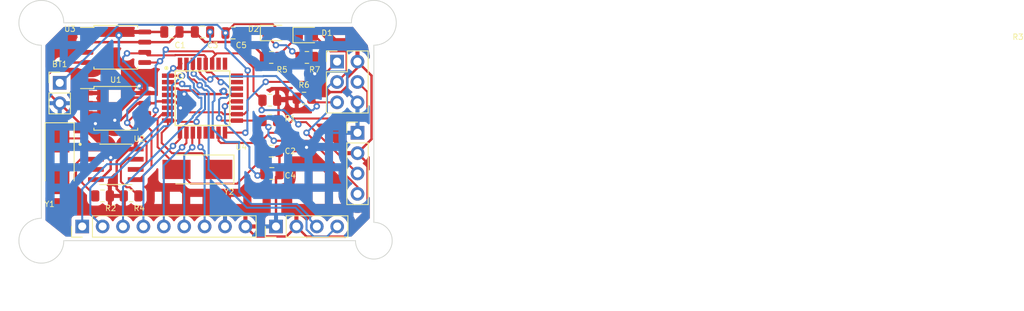
<source format=kicad_pcb>
(kicad_pcb (version 20211014) (generator pcbnew)
  (title_block (title "${project_name}") (date "2022-12-28") (rev "1") (comment 1 "2-Layer PCB version"))
  (layers (0 "F.Cu" mixed) (31 "B.Cu" mixed) (34 "B.Paste" user) (35 "F.Paste" user) (36 "B.SilkS" user "B.Silkscreen") (37 "F.SilkS" user "F.Silkscreen") (38 "B.Mask" user) (39 "F.Mask" user) (44 "Edge.Cuts" user))
  (property "project_name" "MCU Datalogger with memory and clock")
  (net 0 "")
  (net 1 "Net-(BT1-Pad1)")
  (net 2 "GND")
  (net 3 "/Vcc")
  (net 4 "Net-(C2-Pad2)")
  (net 5 "Net-(C3-Pad2)")
  (net 6 "Net-(C4-Pad2)")
  (net 7 "Net-(D1-Pad1)")
  (net 8 "Net-(D2-Pad1)")
  (net 9 "/SDA")
  (net 10 "/SCK")
  (net 11 "/RX")
  (net 12 "/TX")
  (net 13 "/D2")
  (net 14 "/D3")
  (net 15 "/D4")
  (net 16 "/D5")
  (net 17 "/D6")
  (net 18 "/D7")
  (net 19 "/D8")
  (net 20 "/MISO")
  (net 21 "/MOSI")
  (net 22 "/RESET")
  (net 23 "Net-(R2-Pad2)")
  (net 24 "Net-(R4-Pad2)")
  (net 25 "Net-(U2-Pad1)")
  (net 26 "Net-(U2-Pad2)")
  (footprint "Crystal:Crystal_SMD_5032-2Pin_5.0x3.2mm_HandSoldering" (layer "F.Cu") (at 48.895 59.69 180)
    (fp_text reference "Y2")
    (fp_text value "16 MHz")
  )
  (footprint "MountingHole:MountingHole_2.1mm" (layer "F.Cu") (at 29.464 68.58)
    (fp_text reference "H2" hide)
    (fp_text value "MountingHole")
  )
  (footprint "Resistor_SMD:R_0805_2012Metric" (layer "F.Cu") (at 40.64 62.992)
    (fp_text reference "R4")
    (fp_text value "10K")
  )
  (footprint "Package_SO:SOIC-8_5.23x5.23mm_P1.27mm" (layer "F.Cu") (at 38.735 44.45)
    (fp_text reference "U3")
    (fp_text value "24LC1025")
  )
  (footprint "LED_SMD:LED_0805_2012Metric" (layer "F.Cu") (at 58.42 42.672)
    (fp_text reference "D2")
    (fp_text value "LED")
  )
  (footprint "Resistor_SMD:R_0805_2012Metric" (layer "F.Cu") (at 57.912 53.594 180)
    (fp_text reference "R1")
    (fp_text value "4.7k")
  )
  (footprint "ATMEGA328P-AU:QFP80P900X900X120-32N" (layer "F.Cu") (at 49.53 50.8)
    (fp_text reference "U4")
    (fp_text value "ATMEGA328P-AU")
  )
  (footprint "Resistor_SMD:R_0805_2012Metric" (layer "F.Cu") (at 58.0875 45.72)
    (fp_text reference "R5")
    (fp_text value "330")
  )
  (footprint "Capacitor_SMD:C_0805_2012Metric" (layer "F.Cu") (at 58.0875 57.404 180)
    (fp_text reference "C2")
    (fp_text value "22pF")
  )
  (footprint "Connector_PinHeader_2.54mm:PinHeader_1x04_P2.54mm_Vertical" (layer "F.Cu") (at 58.684 66.802 90)
    (fp_text reference "J2" hide)
    (fp_text value "Conn_01x04_Male")
  )
  (footprint "Connector_PinHeader_2.54mm:PinHeader_1x04_P2.54mm_Vertical" (layer "F.Cu") (at 68.834 55.118)
    (fp_text reference "J1" hide)
    (fp_text value "Conn_01x04_Male")
  )
  (footprint "MountingHole:MountingHole_2.1mm" (layer "F.Cu") (at 70.866 68.58)
    (fp_text reference "H1" hide)
    (fp_text value "MountingHole")
  )
  (footprint "Crystal:Crystal_SMD_5032-2Pin_5.0x3.2mm_HandSoldering" (layer "F.Cu") (at 31.75 58.42 -90)
    (fp_text reference "Y1")
    (fp_text value "32.768 KHz")
  )
  (footprint "Resistor_SMD:R_0805_2012Metric" (layer "F.Cu") (at 62.5325 45.72)
    (fp_text reference "R7")
    (fp_text value "330")
  )
  (footprint "Resistor_SMD:R_0805_2012Metric" (layer "F.Cu") (at 57.912 51.054 180)
    (fp_text reference "R3")
    (fp_text value "4.7k")
  )
  (footprint "Package_SO:SOIC-8_5.23x5.23mm_P1.27mm" (layer "F.Cu") (at 38.735 52.07)
    (fp_text reference "U1")
    (fp_text value "24LC1025")
  )
  (footprint "Resistor_SMD:R_0805_2012Metric" (layer "F.Cu") (at 37.084 62.992 180)
    (fp_text reference "R2")
    (fp_text value "10K")
  )
  (footprint "Connector_PinHeader_2.54mm:PinHeader_1x02_P2.54mm_Vertical" (layer "F.Cu") (at 31.75 48.89)
    (fp_text reference "BT1")
    (fp_text value "Battery")
  )
  (footprint "Resistor_SMD:R_0805_2012Metric" (layer "F.Cu") (at 62.175 50.8)
    (fp_text reference "R6")
    (fp_text value "10k")
  )
  (footprint "Connector_PinHeader_2.54mm:PinHeader_1x09_P2.54mm_Vertical" (layer "F.Cu") (at 34.554 66.802 90)
    (fp_text reference "J3" hide)
    (fp_text value "Conn_01x09_Male")
  )
  (footprint "MountingHole:MountingHole_2.1mm" (layer "F.Cu") (at 29.464 41.402)
    (fp_text reference "H3" hide)
    (fp_text value "MountingHole")
  )
  (footprint "Capacitor_SMD:C_0805_2012Metric" (layer "F.Cu") (at 49.53 42.545)
    (fp_text reference "C3")
    (fp_text value "22pF")
  )
  (footprint "DS1337S_:SOIC127P600X175-8N" (layer "F.Cu") (at 38.735 59.055)
    (fp_text reference "U2")
    (fp_text value "DS1337S+")
  )
  (footprint "LED_SMD:LED_0805_2012Metric" (layer "F.Cu") (at 62.484 42.926)
    (fp_text reference "D1")
    (fp_text value "LED")
  )
  (footprint "MountingHole:MountingHole_2.1mm" (layer "F.Cu") (at 70.866 41.402)
    (fp_text reference "H4" hide)
    (fp_text value "MountingHole")
  )
  (footprint "Connector_PinHeader_2.54mm:PinHeader_2x03_P2.54mm_Vertical" (layer "F.Cu") (at 66.289 46.243)
    (fp_text reference "J4" hide)
    (fp_text value "Conn_02x03_Odd_Even")
  )
  (footprint "Capacitor_SMD:C_0805_2012Metric" (layer "F.Cu") (at 45.72 42.545)
    (fp_text reference "C1")
    (fp_text value "0.1uF")
  )
  (footprint "Capacitor_SMD:C_0805_2012Metric" (layer "F.Cu") (at 58.166 60.198 180)
    (fp_text reference "C4")
    (fp_text value "0.1uF")
  )
  (footprint "Capacitor_SMD:C_0805_2012Metric" (layer "F.Cu") (at 53.34 42.672)
    (fp_text reference "C5")
    (fp_text value "100nF")
  )
  (gr_line (start 70.866 66.294) (end 70.866 44.196) (layer "Edge.Cuts") (width 0.1))
  (gr_arc (start 29.464 44.196) (mid 27.488344 39.426344) (end 32.258 41.402) (layer "Edge.Cuts") (width 0.1))
  (gr_line (start 32.258 68.58) (end 68.58 68.58) (layer "Edge.Cuts") (width 0.1))
  (gr_line (start 29.464 44.196) (end 29.464 65.786) (layer "Edge.Cuts") (width 0.1))
  (gr_arc (start 68.072 41.402) (mid 72.841656 39.426344) (end 70.866 44.196) (layer "Edge.Cuts") (width 0.1))
  (gr_arc (start 32.258 68.58) (mid 27.488344 70.555656) (end 29.464 65.786) (layer "Edge.Cuts") (width 0.1))
  (gr_arc (start 70.866 66.294) (mid 72.482446 70.196446) (end 68.58 68.58) (layer "Edge.Cuts") (width 0.1))
  (gr_line (start 68.072 41.402) (end 32.258 41.402) (layer "Edge.Cuts") (width 0.1))
  (segment (start 55.1555 47.352) (end 55.1555 52.3495) (width 0.25) (layer "F.Cu") (net 1))
  (segment (start 46.87615 51.19615) (end 47.123357 51.19615) (width 0.25) (layer "F.Cu") (net 1))
  (segment (start 47.123357 51.19615) (end 47.64015 51.712943) (width 0.25) (layer "F.Cu") (net 1))
  (segment (start 52.133156 52.8) (end 53.83 52.8) (width 0.25) (layer "F.Cu") (net 1))
  (segment (start 54.705 52.8) (end 53.83 52.8) (width 0.25) (layer "F.Cu") (net 1))
  (segment (start 47.64015 51.712943) (end 47.64015 52.324) (width 0.25) (layer "F.Cu") (net 1))
  (segment (start 47.64015 52.324) (end 47.882799 52.566649) (width 0.25) (layer "F.Cu") (net 1))
  (segment (start 58.2575 41.572) (end 53.49 41.572) (width 0.25) (layer "F.Cu") (net 1))
  (segment (start 59.3575 42.672) (end 58.2575 41.572) (width 0.25) (layer "F.Cu") (net 1))
  (segment (start 53.49 41.572) (end 52.39 42.672) (width 0.25) (layer "F.Cu") (net 1))
  (segment (start 46.08 50.4) (end 46.87615 51.19615) (width 0.25) (layer "F.Cu") (net 1))
  (segment (start 45.23 50.4) (end 46.08 50.4) (width 0.25) (layer "F.Cu") (net 1))
  (segment (start 55.1555 52.3495) (end 54.705 52.8) (width 0.25) (layer "F.Cu") (net 1))
  (segment (start 51.899805 52.566649) (end 52.133156 52.8) (width 0.25) (layer "F.Cu") (net 1))
  (segment (start 47.882799 52.566649) (end 51.899805 52.566649) (width 0.25) (layer "F.Cu") (net 1))
  (via (at 55.1555 47.352) (size 0.8) (drill 0.4) (layers "F.Cu" "B.Cu") (net 1))
  (via (at 52.39 42.672) (size 0.8) (drill 0.4) (layers "F.Cu" "B.Cu") (net 1))
  (segment (start 39.116 41.656) (end 31.882 48.89) (width 0.25) (layer "B.Cu") (net 1))
  (segment (start 52.39 42.672) (end 51.374 41.656) (width 0.25) (layer "B.Cu") (net 1))
  (segment (start 55.118 47.244) (end 55.118 47.3895) (width 0.25) (layer "B.Cu") (net 1))
  (segment (start 51.374 41.656) (end 39.116 41.656) (width 0.25) (layer "B.Cu") (net 1))
  (segment (start 52.39 42.672) (end 52.39 44.516) (width 0.25) (layer "B.Cu") (net 1))
  (segment (start 55.118 47.3895) (end 55.1555 47.352) (width 0.25) (layer "B.Cu") (net 1))
  (segment (start 52.39 44.516) (end 55.118 47.244) (width 0.25) (layer "B.Cu") (net 1))
  (segment (start 31.882 48.89) (end 31.75 48.89) (width 0.25) (layer "B.Cu") (net 1))
  (segment (start 52.16575 49.94225) (end 52.6235 50.4) (width 0.3) (layer "F.Cu") (net 2))
  (segment (start 57.175 45.557) (end 54.29 42.672) (width 0.3) (layer "F.Cu") (net 2))
  (segment (start 59.116 60.198) (end 58.684 60.63) (width 0.3) (layer "F.Cu") (net 2))
  (segment (start 46.78163 52.02115) (end 46.78163 51.86163) (width 0.3) (layer "F.Cu") (net 2))
  (segment (start 43.796 51.2) (end 45.23 51.2) (width 0.3) (layer "F.Cu") (net 2))
  (segment (start 36.195 53.975) (end 35.135 53.975) (width 0.3) (layer "F.Cu") (net 2))
  (segment (start 31.75 51.43) (end 34.295 53.975) (width 0.3) (layer "F.Cu") (net 2))
  (segment (start 38.1 59.671492) (end 36.811492 60.96) (width 0.3) (layer "F.Cu") (net 2))
  (segment (start 53.165 43.797) (end 49.832 43.797) (width 0.3) (layer "F.Cu") (net 2))
  (segment (start 58.684 60.63) (end 58.684 66.802) (width 0.3) (layer "F.Cu") (net 2))
  (segment (start 54.29 42.672) (end 53.165 43.797) (width 0.3) (layer "F.Cu") (net 2))
  (segment (start 59.116 57.4825) (end 59.0375 57.404) (width 0.3) (layer "F.Cu") (net 2))
  (segment (start 58.445 46.99) (end 62.175 46.99) (width 0.3) (layer "F.Cu") (net 2))
  (segment (start 45.4 43.815) (end 46.67 42.545) (width 0.3) (layer "F.Cu") (net 2))
  (segment (start 30.226 47.914) (end 30.226 50.038) (width 0.3) (layer "F.Cu") (net 2))
  (segment (start 31.618 51.43) (end 31.75 51.43) (width 0.3) (layer "F.Cu") (net 2))
  (segment (start 46.12 51.2) (end 45.23 51.2) (width 0.3) (layer "F.Cu") (net 2))
  (segment (start 59.116 60.198) (end 59.116 57.4825) (width 0.3) (layer "F.Cu") (net 2))
  (segment (start 42.335 43.815) (end 45.4 43.815) (width 0.3) (layer "F.Cu") (net 2))
  (segment (start 62.175 46.99) (end 63.445 45.72) (width 0.3) (layer "F.Cu") (net 2))
  (segment (start 46.78163 51.86163) (end 46.12 51.2) (width 0.3) (layer "F.Cu") (net 2))
  (segment (start 48.317436 49.841436) (end 48.768 50.292) (width 0.3) (layer "F.Cu") (net 2))
  (segment (start 35.135 46.355) (end 31.785 46.355) (width 0.3) (layer "F.Cu") (net 2))
  (segment (start 30.226 50.038) (end 31.618 51.43) (width 0.3) (layer "F.Cu") (net 2))
  (segment (start 45.23 49.6) (end 46.437129 49.6) (width 0.3) (layer "F.Cu") (net 2))
  (segment (start 51.816 50.292) (end 52.16575 49.94225) (width 0.3) (layer "F.Cu") (net 2))
  (segment (start 63.5 47.752) (end 63.5 45.775) (width 0.3) (layer "F.Cu") (net 2))
  (segment (start 42.335 51.435) (end 41.783 51.435) (width 0.3) (layer "F.Cu") (net 2))
  (segment (start 52.6235 50.4) (end 53.83 50.4) (width 0.3) (layer "F.Cu") (net 2))
  (segment (start 54.29 42.545) (end 54.29 42.672) (width 0.3) (layer "F.Cu") (net 2))
  (segment (start 34.295 53.975) (end 35.135 53.975) (width 0.3) (layer "F.Cu") (net 2))
  (segment (start 43.561 51.435) (end 43.796 51.2) (width 0.3) (layer "F.Cu") (net 2))
  (segment (start 31.785 46.355) (end 30.226 47.914) (width 0.3) (layer "F.Cu") (net 2))
  (segment (start 59.0375 57.404) (end 62.017015 57.404) (width 0.3) (layer "F.Cu") (net 2))
  (segment (start 46.67 42.545) (end 48.58 42.545) (width 0.3) (layer "F.Cu") (net 2))
  (segment (start 46.678564 49.841436) (end 47.129129 50.292) (width 0.3) (layer "F.Cu") (net 2))
  (segment (start 46.678564 49.841436) (end 48.317436 49.841436) (width 0.3) (layer "F.Cu") (net 2))
  (segment (start 48.768 50.292) (end 51.816 50.292) (width 0.3) (layer "F.Cu") (net 2))
  (segment (start 42.335 51.435) (end 43.561 51.435) (width 0.3) (layer "F.Cu") (net 2))
  (segment (start 49.832 43.797) (end 48.58 42.545) (width 0.3) (layer "F.Cu") (net 2))
  (segment (start 63.5 45.775) (end 63.445 45.72) (width 0.3) (layer "F.Cu") (net 2))
  (segment (start 35.687 46.355) (end 38.227 43.815) (width 0.3) (layer "F.Cu") (net 2))
  (segment (start 38.608 53.5545) (end 39.355021 53.5545) (width 0.3) (layer "F.Cu") (net 2))
  (segment (start 36.811492 60.96) (end 36.26 60.96) (width 0.3) (layer "F.Cu") (net 2))
  (segment (start 57.175 45.72) (end 57.175 45.557) (width 0.3) (layer "F.Cu") (net 2))
  (segment (start 35.135 46.355) (end 35.687 46.355) (width 0.3) (layer "F.Cu") (net 2))
  (segment (start 38.1 58.209703) (end 38.1 59.671492) (width 0.3) (layer "F.Cu") (net 2))
  (segment (start 38.227 43.815) (end 35.135 43.815) (width 0.3) (layer "F.Cu") (net 2))
  (segment (start 62.017015 57.404) (end 62.484 56.937015) (width 0.3) (layer "F.Cu") (net 2))
  (segment (start 46.437129 49.6) (end 46.678564 49.841436) (width 0.3) (layer "F.Cu") (net 2))
  (segment (start 58.445 46.99) (end 57.175 45.72) (width 0.3) (layer "F.Cu") (net 2))
  (segment (start 39.355021 53.53965) (end 41.459671 51.435) (width 0.3) (layer "F.Cu") (net 2))
  (segment (start 47.129129 50.292) (end 47.244 50.292) (width 0.3) (layer "F.Cu") (net 2))
  (segment (start 39.355021 53.5545) (end 39.355021 53.53965) (width 0.3) (layer "F.Cu") (net 2))
  (segment (start 41.459671 51.435) (end 42.335 51.435) (width 0.3) (layer "F.Cu") (net 2))
  (segment (start 42.335 43.815) (end 38.227 43.815) (width 0.3) (layer "F.Cu") (net 2))
  (via (at 63.5 47.752) (size 0.9) (drill 0.4) (layers "F.Cu" "B.Cu") (net 2))
  (via (at 62.484 56.937015) (size 0.9) (drill 0.4) (layers "F.Cu" "B.Cu") (net 2))
  (via (at 46.78163 52.02115) (size 0.9) (drill 0.4) (layers "F.Cu" "B.Cu") (net 2))
  (via (at 52.16575 49.94225) (size 0.9) (drill 0.4) (layers "F.Cu" "B.Cu") (net 2))
  (via (at 38.608 53.5545) (size 0.9) (drill 0.4) (layers "F.Cu" "B.Cu") (net 2))
  (via (at 36.195 53.975) (size 0.9) (drill 0.4) (layers "F.Cu" "B.Cu") (net 2))
  (via (at 38.1 58.209703) (size 0.9) (drill 0.4) (layers "F.Cu" "B.Cu") (net 2))
  (via (at 47.244 50.292) (size 0.9) (drill 0.4) (layers "F.Cu" "B.Cu") (net 2))
  (segment (start 47.244 51.55878) (end 46.78163 52.02115) (width 0.3) (layer "B.Cu") (net 2))
  (segment (start 62.484 56.937015) (end 64.303015 55.118) (width 0.3) (layer "B.Cu") (net 2))
  (segment (start 68.829 51.323) (end 67.564 50.058) (width 0.3) (layer "B.Cu") (net 2))
  (segment (start 64.303015 55.118) (end 68.834 55.118) (width 0.3) (layer "B.Cu") (net 2))
  (segment (start 67.305 47.493) (end 63.759 47.493) (width 0.3) (layer "B.Cu") (net 2))
  (segment (start 67.564 47.752) (end 67.305 47.493) (width 0.3) (layer "B.Cu") (net 2))
  (segment (start 67.564 50.058) (end 67.564 47.752) (width 0.3) (layer "B.Cu") (net 2))
  (segment (start 36.6155 53.5545) (end 36.195 53.975) (width 0.3) (layer "B.Cu") (net 2))
  (segment (start 47.244 50.292) (end 47.244 51.55878) (width 0.3) (layer "B.Cu") (net 2))
  (segment (start 38.608 53.5545) (end 36.6155 53.5545) (width 0.3) (layer "B.Cu") (net 2))
  (segment (start 63.759 47.493) (end 63.5 47.752) (width 0.3) (layer "B.Cu") (net 2))
  (segment (start 70.579 47.993) (end 68.829 46.243) (width 0.3) (layer "F.Cu") (net 3))
  (segment (start 68.834 57.658) (end 70.579 55.913) (width 0.3) (layer "F.Cu") (net 3))
  (segment (start 67.539 48.305233) (end 67.539 49.301) (width 0.3) (layer "F.Cu") (net 3))
  (segment (start 68.829 46.243) (end 68.829 47.015233) (width 0.3) (layer "F.Cu") (net 3))
  (segment (start 42.335 42.545) (end 44.77 42.545) (width 0.3) (layer "F.Cu") (net 3))
  (segment (start 59.0785 50.8) (end 61.2625 50.8) (width 0.3) (layer "F.Cu") (net 3))
  (segment (start 59.974 68.052) (end 56.124 68.052) (width 0.3) (layer "F.Cu") (net 3))
  (segment (start 33.02 43.688) (end 33.02 44.45) (width 0.3) (layer "F.Cu") (net 3))
  (segment (start 42.335 42.545) (end 38.989 42.545) (width 0.3) (layer "F.Cu") (net 3))
  (segment (start 38.989 42.545) (end 39.116 42.672) (width 0.3) (layer "F.Cu") (net 3))
  (segment (start 41.765 50.735) (end 42.335 50.165) (width 0.3) (layer "F.Cu") (net 3))
  (segment (start 70.084 58.908) (end 70.084 65.298) (width 0.3) (layer "F.Cu") (net 3))
  (segment (start 35.135 42.545) (end 34.163 42.545) (width 0.3) (layer "F.Cu") (net 3))
  (segment (start 68.834 57.658) (end 70.084 58.908) (width 0.3) (layer "F.Cu") (net 3))
  (segment (start 56.124 68.052) (end 54.874 66.802) (width 0.3) (layer "F.Cu") (net 3))
  (segment (start 59.11 52.252) (end 59 52.252) (width 0.3) (layer "F.Cu") (net 3))
  (segment (start 38.989 52.705) (end 40.959 50.735) (width 0.3) (layer "F.Cu") (net 3))
  (segment (start 41.656 49.276) (end 41.656 49.486) (width 0.3) (layer "F.Cu") (net 3))
  (segment (start 39.577 62.992) (end 39.37 62.992) (width 0.25) (layer "F.Cu") (net 3))
  (segment (start 39.116 42.672) (end 39.116 42.9655) (width 0.3) (layer "F.Cu") (net 3))
  (segment (start 40.386 57.15) (end 41.21 57.15) (width 0.3) (layer "F.Cu") (net 3))
  (segment (start 38.845 62.1095) (end 38.845 58.691) (width 0.3) (layer "F.Cu") (net 3))
  (segment (start 70.084 65.298) (end 67.31 68.072) (width 0.3) (layer "F.Cu") (net 3))
  (segment (start 68.829 47.015233) (end 67.539 48.305233) (width 0.3) (layer "F.Cu") (net 3))
  (segment (start 67.539 49.301) (end 66.802 50.038) (width 0.3) (layer "F.Cu") (net 3))
  (segment (start 70.579 55.913) (end 70.579 47.993) (width 0.3) (layer "F.Cu") (net 3))
  (segment (start 61.224 66.802) (end 59.974 68.052) (width 0.3) (layer "F.Cu") (net 3))
  (segment (start 33.655 45.085) (end 35.135 45.085) (width 0.3) (layer "F.Cu") (net 3))
  (segment (start 66.802 50.038) (end 63.957239 50.038) (width 0.3) (layer "F.Cu") (net 3))
  (segment (start 38.845 58.691) (end 40.386 57.15) (width 0.3) (layer "F.Cu") (net 3))
  (segment (start 40.959 50.735) (end 41.765 50.735) (width 0.3) (layer "F.Cu") (net 3))
  (segment (start 39.7275 62.992) (end 38.845 62.1095) (width 0.3) (layer "F.Cu") (net 3))
  (segment (start 41.656 49.486) (end 42.335 50.165) (width 0.3) (layer "F.Cu") (net 3))
  (segment (start 33.02 44.45) (end 33.655 45.085) (width 0.3) (layer "F.Cu") (net 3))
  (segment (start 63.449239 49.53) (end 62.5325 49.53) (width 0.3) (layer "F.Cu") (net 3))
  (segment (start 67.31 68.072) (end 62.494 68.072) (width 0.3) (layer "F.Cu") (net 3))
  (segment (start 58.8245 51.054) (end 59.0785 50.8) (width 0.3) (layer "F.Cu") (net 3))
  (segment (start 62.494 68.072) (end 61.224 66.802) (width 0.3) (layer "F.Cu") (net 3))
  (segment (start 38.989 42.545) (end 35.135 42.545) (width 0.3) (layer "F.Cu") (net 3))
  (segment (start 37.9965 62.992) (end 39.7275 62.992) (width 0.3) (layer "F.Cu") (net 3))
  (segment (start 63.957239 50.038) (end 63.449239 49.53) (width 0.3) (layer "F.Cu") (net 3))
  (segment (start 35.135 52.705) (end 38.989 52.705) (width 0.3) (layer "F.Cu") (net 3))
  (segment (start 59 51.2295) (end 58.8245 51.054) (width 0.3) (layer "F.Cu") (net 3))
  (segment (start 35.135 50.165) (end 35.135 51.435) (width 0.3) (layer "F.Cu") (net 3))
  (segment (start 59 52.252) (end 59 51.2295) (width 0.3) (layer "F.Cu") (net 3))
  (segment (start 59 53.975) (end 59 52.252) (width 0.3) (layer "F.Cu") (net 3))
  (segment (start 34.163 42.545) (end 33.02 43.688) (width 0.3) (layer "F.Cu") (net 3))
  (segment (start 35.135 51.435) (end 35.135 52.705) (width 0.3) (layer "F.Cu") (net 3))
  (segment (start 62.5325 49.53) (end 61.2625 50.8) (width 0.3) (layer "F.Cu") (net 3))
  (via (at 39.116 42.9655) (size 0.9) (drill 0.4) (layers "F.Cu" "B.Cu") (net 3))
  (via (at 41.656 49.276) (size 0.9) (drill 0.4) (layers "F.Cu" "B.Cu") (net 3))
  (segment (start 39.116 42.9655) (end 39.116 46.736) (width 0.3) (layer "B.Cu") (net 3))
  (segment (start 39.116 46.736) (end 41.656 49.276) (width 0.3) (layer "B.Cu") (net 3))
  (segment (start 48.073 61.468) (end 53.848 61.468) (width 0.25) (layer "F.Cu") (net 4))
  (segment (start 43.942 53.34) (end 44.482 52.8) (width 0.25) (layer "F.Cu") (net 4))
  (segment (start 46.295 59.69) (end 48.073 61.468) (width 0.25) (layer "F.Cu") (net 4))
  (segment (start 57.1375 58.1785) (end 57.1375 57.404) (width 0.25) (layer "F.Cu") (net 4))
  (segment (start 43.942 56.896) (end 43.942 53.34) (width 0.25) (layer "F.Cu") (net 4))
  (segment (start 46.295 59.69) (end 46.295 59.249) (width 0.25) (layer "F.Cu") (net 4))
  (segment (start 44.482 52.8) (end 45.23 52.8) (width 0.25) (layer "F.Cu") (net 4))
  (segment (start 46.295 59.249) (end 43.942 56.896) (width 0.25) (layer "F.Cu") (net 4))
  (segment (start 53.848 61.468) (end 57.1375 58.1785) (width 0.25) (layer "F.Cu") (net 4))
  (segment (start 46.709339 53.754339) (end 46.555 53.6) (width 0.25) (layer "F.Cu") (net 5))
  (segment (start 48.787247 53.754339) (end 46.709339 53.754339) (width 0.25) (layer "F.Cu") (net 5))
  (segment (start 49.463 57.658) (end 45.72 57.658) (width 0.25) (layer "F.Cu") (net 5))
  (segment (start 46.555 53.6) (end 45.23 53.6) (width 0.25) (layer "F.Cu") (net 5))
  (segment (start 45.23 54.338) (end 45.23 53.6) (width 0.25) (layer "F.Cu") (net 5))
  (segment (start 44.45 56.388) (end 44.45 55.118) (width 0.25) (layer "F.Cu") (net 5))
  (segment (start 51.495 59.69) (end 49.463 57.658) (width 0.25) (layer "F.Cu") (net 5))
  (segment (start 44.45 55.118) (end 45.23 54.338) (width 0.25) (layer "F.Cu") (net 5))
  (segment (start 45.72 57.658) (end 44.45 56.388) (width 0.25) (layer "F.Cu") (net 5))
  (via (at 50.48 42.545) (size 0.8) (drill 0.4) (layers "F.Cu" "B.Cu") (net 5))
  (via (at 48.787247 53.754339) (size 0.8) (drill 0.4) (layers "F.Cu" "B.Cu") (net 5))
  (segment (start 50.48 43.770497) (end 47.715 46.535497) (width 0.25) (layer "B.Cu") (net 5))
  (segment (start 48.768 53.735092) (end 48.787247 53.754339) (width 0.25) (layer "B.Cu") (net 5))
  (segment (start 49.842 52.187143) (end 48.768 53.261143) (width 0.25) (layer "B.Cu") (net 5))
  (segment (start 47.715 46.535497) (end 47.715 48.223) (width 0.25) (layer "B.Cu") (net 5))
  (segment (start 49.258097 50.292) (end 49.842 50.292) (width 0.25) (layer "B.Cu") (net 5))
  (segment (start 50.48 42.545) (end 50.48 43.770497) (width 0.25) (layer "B.Cu") (net 5))
  (segment (start 47.715 48.223) (end 48.454705 48.962705) (width 0.25) (layer "B.Cu") (net 5))
  (segment (start 48.454705 48.962705) (end 48.454705 49.488608) (width 0.25) (layer "B.Cu") (net 5))
  (segment (start 49.842 50.292) (end 49.842 52.187143) (width 0.25) (layer "B.Cu") (net 5))
  (segment (start 48.768 53.261143) (end 48.768 53.735092) (width 0.25) (layer "B.Cu") (net 5))
  (segment (start 48.454705 49.488608) (end 49.258097 50.292) (width 0.25) (layer "B.Cu") (net 5))
  (segment (start 56.642 60.198) (end 56.388 60.452) (width 0.25) (layer "F.Cu") (net 6))
  (segment (start 57.216 60.198) (end 56.642 60.198) (width 0.25) (layer "F.Cu") (net 6))
  (segment (start 52.94 51.2) (end 53.83 51.2) (width 0.25) (layer "F.Cu") (net 6))
  (segment (start 52.324 51.816) (end 52.94 51.2) (width 0.25) (layer "F.Cu") (net 6))
  (via (at 52.324 51.816) (size 0.8) (drill 0.4) (layers "F.Cu" "B.Cu") (net 6))
  (via (at 56.388 60.452) (size 0.8) (drill 0.4) (layers "F.Cu" "B.Cu") (net 6))
  (segment (start 55.372 59.436) (end 56.388 60.452) (width 0.25) (layer "B.Cu") (net 6))
  (segment (start 52.324 53.848) (end 55.372 56.896) (width 0.25) (layer "B.Cu") (net 6))
  (segment (start 52.324 51.816) (end 52.324 53.848) (width 0.25) (layer "B.Cu") (net 6))
  (segment (start 55.372 56.896) (end 55.372 59.436) (width 0.25) (layer "B.Cu") (net 6))
  (segment (start 61.5465 42.926) (end 59 45.4725) (width 0.25) (layer "F.Cu") (net 7))
  (segment (start 59 45.4725) (end 59 45.72) (width 0.25) (layer "F.Cu") (net 7))
  (segment (start 60.706 44.958) (end 60.858 44.958) (width 0.25) (layer "F.Cu") (net 8))
  (segment (start 57.4825 42.672) (end 57.4825 43.0045) (width 0.25) (layer "F.Cu") (net 8))
  (segment (start 57.15 42.672) (end 57.15 42.545) (width 0.25) (layer "F.Cu") (net 8))
  (segment (start 60.858 44.958) (end 61.62 45.72) (width 0.25) (layer "F.Cu") (net 8))
  (segment (start 57.4825 43.0045) (end 58.674 44.196) (width 0.25) (layer "F.Cu") (net 8))
  (via (at 58.674 44.196) (size 0.8) (drill 0.4) (layers "F.Cu" "B.Cu") (net 8))
  (via (at 60.706 44.958) (size 0.8) (drill 0.4) (layers "F.Cu" "B.Cu") (net 8))
  (segment (start 59.944 44.196) (end 60.706 44.958) (width 0.25) (layer "B.Cu") (net 8))
  (segment (start 58.674 44.196) (end 59.944 44.196) (width 0.25) (layer "B.Cu") (net 8))
  (segment (start 56.9995 51.054) (end 55.88 49.9345) (width 0.25) (layer "F.Cu") (net 9))
  (segment (start 55.88 46.99) (end 54.102 45.212) (width 0.25) (layer "F.Cu") (net 9))
  (segment (start 50.8005 44.9585) (end 51.181 45.339) (width 0.25) (layer "F.Cu") (net 9))
  (segment (start 41.21 60.96) (end 41.656 60.96) (width 0.25) (layer "F.Cu") (net 9))
  (segment (start 43.18 54.864) (end 42.335 54.019) (width 0.25) (layer "F.Cu") (net 9))
  (segment (start 44.958 44.736734) (end 45.179766 44.9585) (width 0.25) (layer "F.Cu") (net 9))
  (segment (start 68.834 60.198) (end 62.426 53.79) (width 0.25) (layer "F.Cu") (net 9))
  (segment (start 43.688 52.330073) (end 43.697045 52.321028) (width 0.25) (layer "F.Cu") (net 9))
  (segment (start 51.181 45.339) (end 50.73 45.79) (width 0.25) (layer "F.Cu") (net 9))
  (segment (start 62.426 53.79) (end 61.468 53.79) (width 0.25) (layer "F.Cu") (net 9))
  (segment (start 42.335 54.019) (end 42.335 53.975) (width 0.25) (layer "F.Cu") (net 9))
  (segment (start 44.238279 46.186234) (end 44.069513 46.355) (width 0.25) (layer "F.Cu") (net 9))
  (segment (start 50.73 45.79) (end 50.73 46.5) (width 0.25) (layer "F.Cu") (net 9))
  (segment (start 56.896 52.2945) (end 56.896 51.1575) (width 0.25) (layer "F.Cu") (net 9))
  (segment (start 45.179766 44.9585) (end 50.8005 44.9585) (width 0.25) (layer "F.Cu") (net 9))
  (segment (start 44.069513 46.355) (end 42.335 46.355) (width 0.25) (layer "F.Cu") (net 9))
  (segment (start 51.308 45.212) (end 51.181 45.339) (width 0.25) (layer "F.Cu") (net 9))
  (segment (start 43.18 59.436) (end 43.18 54.864) (width 0.25) (layer "F.Cu") (net 9))
  (segment (start 56.896 51.1575) (end 56.9995 51.054) (width 0.25) (layer "F.Cu") (net 9))
  (segment (start 43.688 52.832) (end 43.688 52.330073) (width 0.25) (layer "F.Cu") (net 9))
  (segment (start 55.88 49.9345) (end 55.88 46.99) (width 0.25) (layer "F.Cu") (net 9))
  (segment (start 42.545 53.975) (end 43.688 52.832) (width 0.25) (layer "F.Cu") (net 9))
  (segment (start 42.335 53.975) (end 42.545 53.975) (width 0.25) (layer "F.Cu") (net 9))
  (segment (start 41.656 60.96) (end 43.18 59.436) (width 0.25) (layer "F.Cu") (net 9))
  (segment (start 61.468 53.79) (end 61.468 54.0645) (width 0.25) (layer "F.Cu") (net 9))
  (segment (start 54.102 45.212) (end 51.308 45.212) (width 0.25) (layer "F.Cu") (net 9))
  (via (at 44.238279 46.186234) (size 0.8) (drill 0.4) (layers "F.Cu" "B.Cu") (net 9))
  (via (at 56.896 52.2945) (size 0.8) (drill 0.4) (layers "F.Cu" "B.Cu") (net 9))
  (via (at 43.697045 52.321028) (size 0.8) (drill 0.4) (layers "F.Cu" "B.Cu") (net 9))
  (via (at 44.958 44.736734) (size 0.8) (drill 0.4) (layers "F.Cu" "B.Cu") (net 9))
  (via (at 61.468 54.0645) (size 0.8) (drill 0.4) (layers "F.Cu" "B.Cu") (net 9))
  (segment (start 44.704513 44.990221) (end 44.704513 45.72) (width 0.25) (layer "B.Cu") (net 9))
  (segment (start 61.468 54.0645) (end 59.698 52.2945) (width 0.25) (layer "B.Cu") (net 9))
  (segment (start 43.697045 46.727468) (end 44.238279 46.186234) (width 0.25) (layer "B.Cu") (net 9))
  (segment (start 44.704513 45.72) (end 44.238279 46.186234) (width 0.25) (layer "B.Cu") (net 9))
  (segment (start 59.698 52.2945) (end 56.896 52.2945) (width 0.25) (layer "B.Cu") (net 9))
  (segment (start 43.697045 52.321028) (end 43.697045 46.727468) (width 0.25) (layer "B.Cu") (net 9))
  (segment (start 44.958 44.736734) (end 44.704513 44.990221) (width 0.25) (layer "B.Cu") (net 9))
  (segment (start 57.739578 54.408311) (end 56.9995 53.668233) (width 0.25) (layer "F.Cu") (net 10))
  (segment (start 50.629354 47.575) (end 50.115 47.575) (width 0.25) (layer "F.Cu") (net 10))
  (segment (start 41.954 53.086) (end 42.335 52.705) (width 0.25) (layer "F.Cu") (net 10))
  (segment (start 41.21 59.69) (end 41.655426 59.69) (width 0.25) (layer "F.Cu") (net 10))
  (segment (start 63.086814 56.112515) (end 63.086814 55.720814) (width 0.25) (layer "F.Cu") (net 10))
  (segment (start 51.5995 53.291649) (end 51.907851 53.6) (width 0.25) (layer "F.Cu") (net 10))
  (segment (start 51.816 48.761646) (end 50.629354 47.575) (width 0.25) (layer "F.Cu") (net 10))
  (segment (start 42.335 52.705) (end 42.607462 52.705) (width 0.25) (layer "F.Cu") (net 10))
  (segment (start 40.132 53.848) (end 40.155021 53.871021) (width 0.25) (layer "F.Cu") (net 10))
  (segment (start 43.933208 45.466) (end 43.937974 45.461234) (width 0.25) (layer "F.Cu") (net 10))
  (segment (start 40.894 53.086) (end 41.954 53.086) (width 0.25) (layer "F.Cu") (net 10))
  (segment (start 63.4215 42.926) (end 65.4535 44.958) (width 0.25) (layer "F.Cu") (net 10))
  (segment (start 46.13 45.425) (end 49.73 45.425) (width 0.25) (layer "F.Cu") (net 10))
  (segment (start 49.73 45.425) (end 49.93 45.625) (width 0.25) (layer "F.Cu") (net 10))
  (segment (start 51.907851 53.6) (end 53.83 53.6) (width 0.25) (layer "F.Cu") (net 10))
  (segment (start 51.816 48.8015) (end 51.816 48.761646) (width 0.25) (layer "F.Cu") (net 10))
  (segment (start 49.93 47.39) (end 49.93 46.5) (width 0.25) (layer "F.Cu") (net 10))
  (segment (start 68.834 61.859701) (end 63.086814 56.112515) (width 0.25) (layer "F.Cu") (net 10))
  (segment (start 42.57 58.775426) (end 42.57 56.286) (width 0.25) (layer "F.Cu") (net 10))
  (segment (start 42.208 45.212) (end 42.335 45.085) (width 0.25) (layer "F.Cu") (net 10))
  (segment (start 46.093766 45.461234) (end 46.13 45.425) (width 0.25) (layer "F.Cu") (net 10))
  (segment (start 43.937974 45.461234) (end 46.093766 45.461234) (width 0.25) (layer "F.Cu") (net 10))
  (segment (start 56.9995 53.594) (end 56.9935 53.6) (width 0.25) (layer "F.Cu") (net 10))
  (segment (start 56.9935 53.6) (end 53.83 53.6) (width 0.25) (layer "F.Cu") (net 10))
  (segment (start 56.9995 53.668233) (end 56.9995 53.594) (width 0.25) (layer "F.Cu") (net 10))
  (segment (start 63.086814 56.112515) (end 58.410068 56.112515) (width 0.25) (layer "F.Cu") (net 10))
  (segment (start 65.4535 44.958) (end 67.364 44.958) (width 0.25) (layer "F.Cu") (net 10))
  (segment (start 67.364 44.958) (end 67.464 45.058) (width 0.25) (layer "F.Cu") (net 10))
  (segment (start 40.132 45.212) (end 42.208 45.212) (width 0.25) (layer "F.Cu") (net 10))
  (segment (start 42.716 45.466) (end 43.933208 45.466) (width 0.25) (layer "F.Cu") (net 10))
  (segment (start 67.464 47.608) (end 66.289 48.783) (width 0.25) (layer "F.Cu") (net 10))
  (segment (start 42.208 44.958) (end 42.335 45.085) (width 0.25) (layer "F.Cu") (net 10))
  (segment (start 50.115 47.575) (end 49.93 47.39) (width 0.25) (layer "F.Cu") (net 10))
  (segment (start 68.834 62.738) (end 68.834 61.859701) (width 0.25) (layer "F.Cu") (net 10))
  (segment (start 41.655426 59.69) (end 42.57 58.775426) (width 0.25) (layer "F.Cu") (net 10))
  (segment (start 40.132 53.848) (end 40.894 53.086) (width 0.25) (layer "F.Cu") (net 10))
  (segment (start 67.464 45.058) (end 67.464 47.608) (width 0.25) (layer "F.Cu") (net 10))
  (segment (start 49.93 45.625) (end 49.93 46.5) (width 0.25) (layer "F.Cu") (net 10))
  (segment (start 42.57 56.286) (end 40.132 53.848) (width 0.25) (layer "F.Cu") (net 10))
  (segment (start 49.93 46.5) (end 49.98 46.55) (width 0.25) (layer "F.Cu") (net 10))
  (segment (start 63.086814 55.720814) (end 62.484 55.118) (width 0.25) (layer "F.Cu") (net 10))
  (segment (start 42.335 45.085) (end 42.716 45.466) (width 0.25) (layer "F.Cu") (net 10))
  (via (at 58.410068 56.112515) (size 0.8) (drill 0.4) (layers "F.Cu" "B.Cu") (net 10))
  (via (at 51.816 48.8015) (size 0.8) (drill 0.4) (layers "F.Cu" "B.Cu") (net 10))
  (via (at 62.484 55.118) (size 0.8) (drill 0.4) (layers "F.Cu" "B.Cu") (net 10))
  (via (at 40.155021 53.871021) (size 0.8) (drill 0.4) (layers "F.Cu" "B.Cu") (net 10))
  (via (at 57.739578 54.408311) (size 0.8) (drill 0.4) (layers "F.Cu" "B.Cu") (net 10))
  (via (at 51.5995 53.291649) (size 0.8) (drill 0.4) (layers "F.Cu" "B.Cu") (net 10))
  (via (at 40.132 45.212) (size 0.8) (drill 0.4) (layers "F.Cu" "B.Cu") (net 10))
  (segment (start 51.816 48.8015) (end 52.191727 48.8015) (width 0.25) (layer "B.Cu") (net 10))
  (segment (start 39.641 45.703) (end 40.132 45.212) (width 0.25) (layer "B.Cu") (net 10))
  (segment (start 65.024 49.53) (end 65.771 48.783) (width 0.25) (layer "B.Cu") (net 10))
  (segment (start 62.484 55.118) (end 65.024 52.578) (width 0.25) (layer "B.Cu") (net 10))
  (segment (start 42.672 49.125273) (end 39.774727 46.228) (width 0.25) (layer "B.Cu") (net 10))
  (segment (start 39.774727 46.228) (end 39.641 46.228) (width 0.25) (layer "B.Cu") (net 10))
  (segment (start 57.739578 54.408311) (end 57.739578 55.442025) (width 0.25) (layer "B.Cu") (net 10))
  (segment (start 57.739578 55.442025) (end 58.410068 56.112515) (width 0.25) (layer "B.Cu") (net 10))
  (segment (start 52.191727 48.8015) (end 52.99075 49.600523) (width 0.25) (layer "B.Cu") (net 10))
  (segment (start 40.155021 52.300979) (end 42.672 49.784) (width 0.25) (layer "B.Cu") (net 10))
  (segment (start 52.99075 49.600523) (end 52.99075 50.283977) (width 0.25) (layer "B.Cu") (net 10))
  (segment (start 65.771 48.783) (end 66.289 48.783) (width 0.25) (layer "B.Cu") (net 10))
  (segment (start 51.5995 50.991773) (end 51.5995 53.291649) (width 0.25) (layer "B.Cu") (net 10))
  (segment (start 52.507477 50.76725) (end 51.824023 50.76725) (width 0.25) (layer "B.Cu") (net 10))
  (segment (start 65.024 52.578) (end 65.024 49.53) (width 0.25) (layer "B.Cu") (net 10))
  (segment (start 52.99075 50.283977) (end 52.507477 50.76725) (width 0.25) (layer "B.Cu") (net 10))
  (segment (start 51.824023 50.76725) (end 51.5995 50.991773) (width 0.25) (layer "B.Cu") (net 10))
  (segment (start 42.672 49.784) (end 42.672 49.125273) (width 0.25) (layer "B.Cu") (net 10))
  (segment (start 39.641 46.228) (end 39.641 45.703) (width 0.25) (layer "B.Cu") (net 10))
  (segment (start 40.155021 53.871021) (end 40.155021 52.300979) (width 0.25) (layer "B.Cu") (net 10))
  (segment (start 48.33 47.375) (end 48.33 46.5) (width 0.25) (layer "F.Cu") (net 11))
  (segment (start 48.4395 47.751698) (end 48.4395 47.4845) (width 0.25) (layer "F.Cu") (net 11))
  (segment (start 48.4395 47.4845) (end 48.33 47.375) (width 0.25) (layer "F.Cu") (net 11))
  (via (at 48.4395 47.751698) (size 0.8) (drill 0.4) (layers "F.Cu" "B.Cu") (net 11))
  (segment (start 51.024195 50.128909) (end 51.024195 51.083805) (width 0.25) (layer "B.Cu") (net 11))
  (segment (start 62.934 65.635192) (end 62.934 65.972) (width 0.25) (layer "B.Cu") (net 11))
  (segment (start 49.904705 49.276) (end 50.171286 49.276) (width 0.25) (layer "B.Cu") (net 11))
  (segment (start 50.8 51.308) (end 50.8 54.656747) (width 0.25) (layer "B.Cu") (net 11))
  (segment (start 50.171286 49.276) (end 51.024195 50.128909) (width 0.25) (layer "B.Cu") (net 11))
  (segment (start 48.4395 47.751698) (end 49.151105 48.463303) (width 0.25) (layer "B.Cu") (net 11))
  (segment (start 55.626 64.008) (end 61.306808 64.008) (width 0.25) (layer "B.Cu") (net 11))
  (segment (start 54.102 62.484) (end 55.626 64.008) (width 0.25) (layer "B.Cu") (net 11))
  (segment (start 63.764 66.802) (end 64.272 66.802) (width 0.25) (layer "B.Cu") (net 11))
  (segment (start 62.934 65.972) (end 63.764 66.802) (width 0.25) (layer "B.Cu") (net 11))
  (segment (start 50.8 54.656747) (end 52.405649 56.262396) (width 0.25) (layer "B.Cu") (net 11))
  (segment (start 49.48001 48.463303) (end 49.904705 48.887998) (width 0.25) (layer "B.Cu") (net 11))
  (segment (start 49.904705 48.887998) (end 49.904705 49.276) (width 0.25) (layer "B.Cu") (net 11))
  (segment (start 54.102 56.262396) (end 54.102 62.484) (width 0.25) (layer "B.Cu") (net 11))
  (segment (start 61.306808 64.008) (end 62.934 65.635192) (width 0.25) (layer "B.Cu") (net 11))
  (segment (start 52.405649 56.262396) (end 54.102 56.262396) (width 0.25) (layer "B.Cu") (net 11))
  (segment (start 51.024195 51.083805) (end 50.8 51.308) (width 0.25) (layer "B.Cu") (net 11))
  (segment (start 49.151105 48.463303) (end 49.48001 48.463303) (width 0.25) (layer "B.Cu") (net 11))
  (segment (start 48.139195 48.476698) (end 47.7145 48.052003) (width 0.25) (layer "F.Cu") (net 12))
  (segment (start 47.7145 48.052003) (end 47.7145 47.6285) (width 0.25) (layer "F.Cu") (net 12))
  (segment (start 47.7145 47.6285) (end 47.33 47.244) (width 0.25) (layer "F.Cu") (net 12))
  (segment (start 48.4681 48.476698) (end 48.139195 48.476698) (width 0.25) (layer "F.Cu") (net 12))
  (segment (start 49.179705 49.188303) (end 48.4681 48.476698) (width 0.25) (layer "F.Cu") (net 12))
  (via (at 49.179705 49.188303) (size 0.8) (drill 0.4) (layers "F.Cu" "B.Cu") (net 12))
  (segment (start 55.06 64.458) (end 61.120412 64.458) (width 0.25) (layer "B.Cu") (net 12))
  (segment (start 50.04289 49.784) (end 50.292 50.03311) (width 0.25) (layer "B.Cu") (net 12))
  (segment (start 63.372299 68.072) (end 65.034 68.072) (width 0.25) (layer "B.Cu") (net 12))
  (segment (start 65.034 68.072) (end 66.304 66.802) (width 0.25) (layer "B.Cu") (net 12))
  (segment (start 62.484 65.821588) (end 62.484 67.183701) (width 0.25) (layer "B.Cu") (net 12))
  (segment (start 50.292 59.69) (end 55.06 64.458) (width 0.25) (layer "B.Cu") (net 12))
  (segment (start 49.179705 49.188303) (end 49.775402 49.784) (width 0.25) (layer "B.Cu") (net 12))
  (segment (start 49.775402 49.784) (end 50.04289 49.784) (width 0.25) (layer "B.Cu") (net 12))
  (segment (start 61.120412 64.458) (end 62.484 65.821588) (width 0.25) (layer "B.Cu") (net 12))
  (segment (start 50.292 50.03311) (end 50.292 59.69) (width 0.25) (layer "B.Cu") (net 12))
  (segment (start 62.484 67.183701) (end 63.372299 68.072) (width 0.25) (layer "B.Cu") (net 12))
  (segment (start 46.3325 47.0795) (end 46.93 46.482) (width 0.25) (layer "F.Cu") (net 13))
  (segment (start 45.8845 47.0795) (end 46.3325 47.0795) (width 0.25) (layer "F.Cu") (net 13))
  (via (at 45.8845 47.0795) (size 0.8) (drill 0.4) (layers "F.Cu" "B.Cu") (net 13))
  (segment (start 34.554 62.11939) (end 34.554 66.802) (width 0.25) (layer "B.Cu") (net 13))
  (segment (start 37.639187 59.034203) (end 34.554 62.11939) (width 0.25) (layer "B.Cu") (net 13))
  (segment (start 45.212 53.086) (end 39.263797 59.034203) (width 0.25) (layer "B.Cu") (net 13))
  (segment (start 45.212 47.752) (end 45.212 53.086) (width 0.25) (layer "B.Cu") (net 13))
  (segment (start 39.263797 59.034203) (end 37.639187 59.034203) (width 0.25) (layer "B.Cu") (net 13))
  (segment (start 45.8845 47.0795) (end 45.212 47.752) (width 0.25) (layer "B.Cu") (net 13))
  (segment (start 45.236 48.006) (end 45.23 48) (width 0.25) (layer "F.Cu") (net 14))
  (segment (start 46.99 48.006) (end 45.236 48.006) (width 0.25) (layer "F.Cu") (net 14))
  (via (at 46.99 48.006) (size 0.8) (drill 0.4) (layers "F.Cu" "B.Cu") (net 14))
  (segment (start 45.72 49.267195) (end 46.981195 48.006) (width 0.25) (layer "B.Cu") (net 14))
  (segment (start 45.265156 54.302844) (end 45.72 53.848) (width 0.25) (layer "B.Cu") (net 14))
  (segment (start 46.981195 48.006) (end 46.99 48.006) (width 0.25) (layer "B.Cu") (net 14))
  (segment (start 35.56 61.976) (end 36.851797 60.684203) (width 0.25) (layer "B.Cu") (net 14))
  (segment (start 44.704 54.302844) (end 45.265156 54.302844) (width 0.25) (layer "B.Cu") (net 14))
  (segment (start 36.851797 60.684203) (end 38.322641 60.684203) (width 0.25) (layer "B.Cu") (net 14))
  (segment (start 37.094 66.802) (end 35.56 65.268) (width 0.25) (layer "B.Cu") (net 14))
  (segment (start 38.322641 60.684203) (end 44.704 54.302844) (width 0.25) (layer "B.Cu") (net 14))
  (segment (start 45.72 53.848) (end 45.72 49.267195) (width 0.25) (layer "B.Cu") (net 14))
  (segment (start 35.56 65.268) (end 35.56 61.976) (width 0.25) (layer "B.Cu") (net 14))
  (segment (start 46.9905 49.022) (end 46.9185 48.95) (width 0.25) (layer "F.Cu") (net 15))
  (segment (start 46.9185 48.95) (end 45.72 48.95) (width 0.25) (layer "F.Cu") (net 15))
  (via (at 46.9905 49.022) (size 0.8) (drill 0.4) (layers "F.Cu" "B.Cu") (net 15))
  (segment (start 48.004705 49.675004) (end 49.071701 50.742) (width 0.25) (layer "B.Cu") (net 15))
  (segment (start 48.318 53.074747) (end 48.318 53.198281) (width 0.25) (layer "B.Cu") (net 15))
  (segment (start 47.265 49.2965) (end 48.004705 49.2965) (width 0.25) (layer "B.Cu") (net 15))
  (segment (start 49.071701 50.742) (end 49.392 50.742) (width 0.25) (layer "B.Cu") (net 15))
  (segment (start 48.004705 49.2965) (end 48.004705 49.675004) (width 0.25) (layer "B.Cu") (net 15))
  (segment (start 46.9905 49.022) (end 47.265 49.2965) (width 0.25) (layer "B.Cu") (net 15))
  (segment (start 39.634 61.882281) (end 39.634 66.802) (width 0.25) (layer "B.Cu") (net 15))
  (segment (start 49.392 52.000747) (end 48.318 53.074747) (width 0.25) (layer "B.Cu") (net 15))
  (segment (start 48.318 53.198281) (end 39.634 61.882281) (width 0.25) (layer "B.Cu") (net 15))
  (segment (start 49.392 50.742) (end 49.392 52.000747) (width 0.25) (layer "B.Cu") (net 15))
  (segment (start 46.73 55.1) (end 46.73 55.886) (width 0.25) (layer "F.Cu") (net 16))
  (segment (start 46.73 55.886) (end 45.851299 56.764701) (width 0.25) (layer "F.Cu") (net 16))
  (via (at 45.851299 56.764701) (size 0.8) (drill 0.4) (layers "F.Cu" "B.Cu") (net 16))
  (segment (start 42.174 60.442) (end 45.851299 56.764701) (width 0.25) (layer "B.Cu") (net 16))
  (segment (start 42.174 66.802) (end 42.174 60.442) (width 0.25) (layer "B.Cu") (net 16))
  (segment (start 47.53 56.3935) (end 47.53 55.1) (width 0.25) (layer "F.Cu") (net 17))
  (segment (start 46.99 56.9335) (end 47.53 56.3935) (width 0.25) (layer "F.Cu") (net 17))
  (via (at 46.99 56.9335) (size 0.8) (drill 0.4) (layers "F.Cu" "B.Cu") (net 17))
  (segment (start 46.736 57.15) (end 46.7735 57.15) (width 0.25) (layer "B.Cu") (net 17))
  (segment (start 44.714 59.172) (end 46.736 57.15) (width 0.25) (layer "B.Cu") (net 17))
  (segment (start 44.714 66.802) (end 44.714 59.172) (width 0.25) (layer "B.Cu") (net 17))
  (segment (start 46.7735 57.15) (end 46.99 56.9335) (width 0.25) (layer "B.Cu") (net 17))
  (segment (start 48.26 56.9335) (end 48.26 55.17) (width 0.25) (layer "F.Cu") (net 18))
  (segment (start 48.26 55.17) (end 48.33 55.1) (width 0.25) (layer "F.Cu") (net 18))
  (via (at 48.26 56.9335) (size 0.8) (drill 0.4) (layers "F.Cu" "B.Cu") (net 18))
  (segment (start 48.006 57.15) (end 48.0435 57.15) (width 0.25) (layer "B.Cu") (net 18))
  (segment (start 47.254 57.902) (end 48.006 57.15) (width 0.25) (layer "B.Cu") (net 18))
  (segment (start 48.0435 57.15) (end 48.26 56.9335) (width 0.25) (layer "B.Cu") (net 18))
  (segment (start 47.254 66.802) (end 47.254 57.902) (width 0.25) (layer "B.Cu") (net 18))
  (segment (start 49.13 55.1) (end 49.13 56.75) (width 0.25) (layer "F.Cu") (net 19))
  (segment (start 49.13 56.75) (end 49.276 56.896) (width 0.25) (layer "F.Cu") (net 19))
  (via (at 49.276 56.896) (size 0.8) (drill 0.4) (layers "F.Cu" "B.Cu") (net 19))
  (segment (start 49.794 66.802) (end 49.794 57.414) (width 0.25) (layer "B.Cu") (net 19))
  (segment (start 49.794 57.414) (end 49.276 56.896) (width 0.25) (layer "B.Cu") (net 19))
  (segment (start 54.846 55.1) (end 52.33 55.1) (width 0.25) (layer "F.Cu") (net 20))
  (segment (start 54.864 55.118) (end 54.846 55.1) (width 0.25) (layer "F.Cu") (net 20))
  (segment (start 63.764 48.768) (end 57.404 48.768) (width 0.25) (layer "F.Cu") (net 20))
  (segment (start 66.289 46.243) (end 63.764 48.768) (width 0.25) (layer "F.Cu") (net 20))
  (via (at 57.404 48.768) (size 0.8) (drill 0.4) (layers "F.Cu" "B.Cu") (net 20))
  (via (at 54.864 55.118) (size 0.8) (drill 0.4) (layers "F.Cu" "B.Cu") (net 20))
  (segment (start 57.404 48.768) (end 55.118 51.054) (width 0.25) (layer "B.Cu") (net 20))
  (segment (start 55.118 54.864) (end 54.864 55.118) (width 0.25) (layer "B.Cu") (net 20))
  (segment (start 55.118 51.054) (end 55.118 54.61) (width 0.25) (layer "B.Cu") (net 20))
  (segment (start 55.118 54.61) (end 55.118 54.864) (width 0.25) (layer "B.Cu") (net 20))
  (segment (start 69.596 53.34) (end 60.96 53.34) (width 0.25) (layer "F.Cu") (net 21))
  (segment (start 56.615327 56.388) (end 51.816 56.388) (width 0.25) (layer "F.Cu") (net 21))
  (segment (start 68.163711 48.783) (end 68.829 48.783) (width 0.25) (layer "F.Cu") (net 21))
  (segment (start 51.816 56.388) (end 51.53 56.102) (width 0.25) (layer "F.Cu") (net 21))
  (segment (start 51.53 56.102) (end 51.53 55.1) (width 0.25) (layer "F.Cu") (net 21))
  (segment (start 68.829 48.783) (end 70.054 50.008) (width 0.25) (layer "F.Cu") (net 21))
  (segment (start 60.96 53.34) (end 59.182 55.118) (width 0.25) (layer "F.Cu") (net 21))
  (segment (start 70.054 52.882) (end 69.596 53.34) (width 0.25) (layer "F.Cu") (net 21))
  (segment (start 70.054 50.008) (end 70.054 52.882) (width 0.25) (layer "F.Cu") (net 21))
  (segment (start 59.182 55.118) (end 57.885327 55.118) (width 0.25) (layer "F.Cu") (net 21))
  (segment (start 57.885327 55.118) (end 56.615327 56.388) (width 0.25) (layer "F.Cu") (net 21))
  (segment (start 50.489878 48.460829) (end 49.984829 48.460829) (width 0.25) (layer "F.Cu") (net 22))
  (segment (start 63.6105 51.323) (end 66.289 51.323) (width 0.25) (layer "F.Cu") (net 22))
  (segment (start 63.754 51.816) (end 63.754 51.4665) (width 0.25) (layer "F.Cu") (net 22))
  (segment (start 49.276 47.646) (end 49.13 47.5) (width 0.25) (layer "F.Cu") (net 22))
  (segment (start 49.276 47.752) (end 49.276 47.646) (width 0.25) (layer "F.Cu") (net 22))
  (segment (start 49.13 47.5) (end 49.13 46.5) (width 0.25) (layer "F.Cu") (net 22))
  (segment (start 49.984829 48.460829) (end 49.276 47.752) (width 0.25) (layer "F.Cu") (net 22))
  (segment (start 63.0875 50.8) (end 63.6105 51.323) (width 0.25) (layer "F.Cu") (net 22))
  (segment (start 63.754 51.4665) (end 63.0875 50.8) (width 0.25) (layer "F.Cu") (net 22))
  (via (at 50.489878 48.460829) (size 0.8) (drill 0.4) (layers "F.Cu" "B.Cu") (net 22))
  (via (at 63.754 51.816) (size 0.8) (drill 0.4) (layers "F.Cu" "B.Cu") (net 22))
  (segment (start 63.246 52.324) (end 63.754 51.816) (width 0.25) (layer "B.Cu") (net 22))
  (segment (start 50.873707 48.077) (end 57.069695 48.077) (width 0.25) (layer "B.Cu") (net 22))
  (segment (start 50.489878 48.460829) (end 50.873707 48.077) (width 0.25) (layer "B.Cu") (net 22))
  (segment (start 58.711 48.043) (end 62.992 52.324) (width 0.25) (layer "B.Cu") (net 22))
  (segment (start 57.103695 48.043) (end 58.711 48.043) (width 0.25) (layer "B.Cu") (net 22))
  (segment (start 62.992 52.324) (end 63.246 52.324) (width 0.25) (layer "B.Cu") (net 22))
  (segment (start 57.069695 48.077) (end 57.103695 48.043) (width 0.25) (layer "B.Cu") (net 22))
  (segment (start 35.052 59.69) (end 36.26 59.69) (width 0.25) (layer "F.Cu") (net 23))
  (segment (start 36.1715 62.992) (end 34.544 61.3645) (width 0.25) (layer "F.Cu") (net 23))
  (segment (start 34.544 61.3645) (end 34.544 60.198) (width 0.25) (layer "F.Cu") (net 23))
  (segment (start 34.544 60.198) (end 35.052 59.69) (width 0.25) (layer "F.Cu") (net 23))
  (segment (start 36.0445 62.992) (end 36.049492 62.992) (width 0.3) (layer "F.Cu") (net 23))
  (segment (start 41.5525 62.992) (end 40.4775 61.917) (width 0.25) (layer "F.Cu") (net 24))
  (segment (start 40.4775 61.917) (end 40.073 61.917) (width 0.25) (layer "F.Cu") (net 24))
  (segment (start 40.132 58.42) (end 41.21 58.42) (width 0.25) (layer "F.Cu") (net 24))
  (segment (start 40.073 61.917) (end 39.37 61.214) (width 0.25) (layer "F.Cu") (net 24))
  (segment (start 39.37 61.214) (end 39.37 59.182) (width 0.25) (layer "F.Cu") (net 24))
  (segment (start 39.37 59.182) (end 40.132 58.42) (width 0.25) (layer "F.Cu") (net 24))
  (segment (start 34.93 55.82) (end 36.26 57.15) (width 0.25) (layer "F.Cu") (net 25))
  (segment (start 31.75 55.82) (end 34.93 55.82) (width 0.25) (layer "F.Cu") (net 25))
  (segment (start 31.75 61.02) (end 34.35 58.42) (width 0.25) (layer "F.Cu") (net 26))
  (segment (start 34.35 58.42) (end 36.26 58.42) (width 0.25) (layer "F.Cu") (net 26))
  (zone (net 3) (net_name "/Vcc") (layer "F.Cu") (connect_pads (clearance 0.508)) (min_thickness 0.254) (fill yes (mode hatch) (thermal_gap 0.508) (thermal_bridge_width 0.508) (hatch_thickness 1.016) (hatch_gap 1.524) (hatch_orientation 0) (hatch_border_algorithm hatch_thickness) (hatch_min_hole_area 0.3))
    (polygon (pts (xy 70.104 44.196) (xy 70.612 46.736) (xy 70.612 65.532) (xy 68.072 68.072) (xy 32.512 68.072) (xy 29.972 66.04) (xy 29.972 44.196) (xy 32.512 41.656) (xy 68.072 41.656)))
  )
  (zone (net 2) (net_name "GND") (layer "B.Cu") (connect_pads (clearance 0.508)) (min_thickness 0.254) (fill yes (mode hatch) (thermal_gap 0.508) (thermal_bridge_width 0.508) (hatch_thickness 1.016) (hatch_gap 1.524) (hatch_orientation 0) (hatch_border_algorithm hatch_thickness) (hatch_min_hole_area 0.3))
    (polygon (pts (xy 70.104 44.196) (xy 70.612 46.736) (xy 70.612 65.532) (xy 68.072 68.072) (xy 32.512 68.072) (xy 29.972 66.04) (xy 29.972 44.196) (xy 32.512 41.656) (xy 68.072 41.656)))
  )
)
</source>
